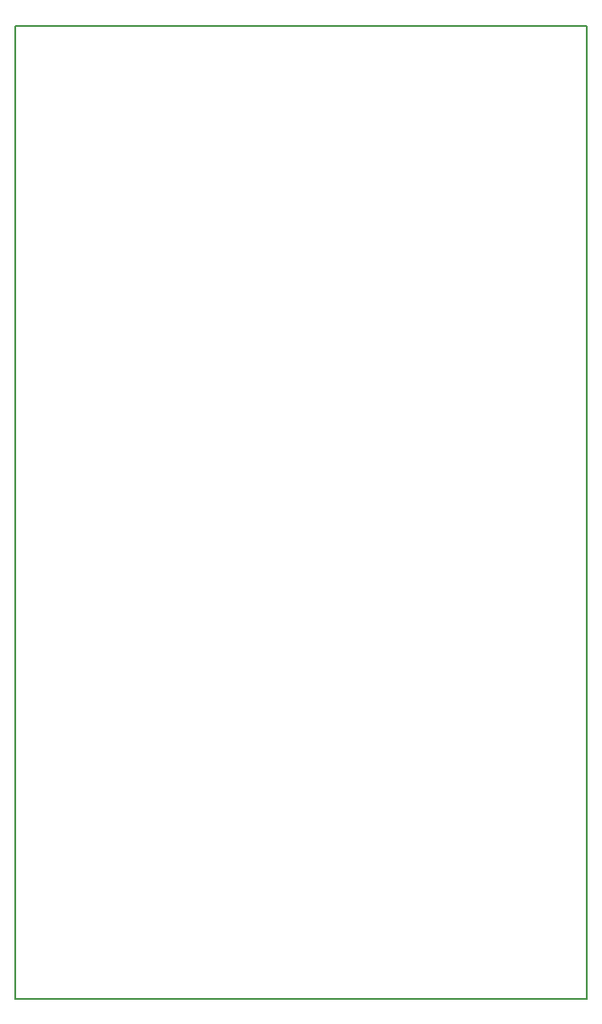
<source format=gko>
%FSLAX44Y44*%
%MOMM*%
G71*
G01*
G75*
G04 Layer_Color=16711935*
%ADD10R,1.0000X0.9000*%
%ADD11O,0.9000X1.2000*%
%ADD12C,0.5000*%
%ADD13C,2.5000*%
%ADD14C,1.5240*%
%ADD15C,4.0000*%
G04:AMPARAMS|DCode=16|XSize=1.6mm|YSize=1.6mm|CornerRadius=0.4mm|HoleSize=0mm|Usage=FLASHONLY|Rotation=0.000|XOffset=0mm|YOffset=0mm|HoleType=Round|Shape=RoundedRectangle|*
%AMROUNDEDRECTD16*
21,1,1.6000,0.8000,0,0,0.0*
21,1,0.8000,1.6000,0,0,0.0*
1,1,0.8000,0.4000,-0.4000*
1,1,0.8000,-0.4000,-0.4000*
1,1,0.8000,-0.4000,0.4000*
1,1,0.8000,0.4000,0.4000*
%
%ADD16ROUNDEDRECTD16*%
%ADD17C,1.6000*%
G04:AMPARAMS|DCode=18|XSize=1.6mm|YSize=1.6mm|CornerRadius=0.4mm|HoleSize=0mm|Usage=FLASHONLY|Rotation=270.000|XOffset=0mm|YOffset=0mm|HoleType=Round|Shape=RoundedRectangle|*
%AMROUNDEDRECTD18*
21,1,1.6000,0.8000,0,0,270.0*
21,1,0.8000,1.6000,0,0,270.0*
1,1,0.8000,-0.4000,-0.4000*
1,1,0.8000,-0.4000,0.4000*
1,1,0.8000,0.4000,0.4000*
1,1,0.8000,0.4000,-0.4000*
%
%ADD18ROUNDEDRECTD18*%
%ADD19C,0.2500*%
%ADD20C,0.2000*%
%ADD21C,0.2540*%
%ADD22C,0.6000*%
%ADD23R,1.2032X1.1032*%
%ADD24O,1.1032X1.4032*%
%ADD25C,2.7032*%
%ADD26C,1.7272*%
%ADD27C,4.2032*%
G04:AMPARAMS|DCode=28|XSize=1.8032mm|YSize=1.8032mm|CornerRadius=0.5016mm|HoleSize=0mm|Usage=FLASHONLY|Rotation=0.000|XOffset=0mm|YOffset=0mm|HoleType=Round|Shape=RoundedRectangle|*
%AMROUNDEDRECTD28*
21,1,1.8032,0.8000,0,0,0.0*
21,1,0.8000,1.8032,0,0,0.0*
1,1,1.0032,0.4000,-0.4000*
1,1,1.0032,-0.4000,-0.4000*
1,1,1.0032,-0.4000,0.4000*
1,1,1.0032,0.4000,0.4000*
%
%ADD28ROUNDEDRECTD28*%
%ADD29C,1.8032*%
G04:AMPARAMS|DCode=30|XSize=1.8032mm|YSize=1.8032mm|CornerRadius=0.5016mm|HoleSize=0mm|Usage=FLASHONLY|Rotation=270.000|XOffset=0mm|YOffset=0mm|HoleType=Round|Shape=RoundedRectangle|*
%AMROUNDEDRECTD30*
21,1,1.8032,0.8000,0,0,270.0*
21,1,0.8000,1.8032,0,0,270.0*
1,1,1.0032,-0.4000,-0.4000*
1,1,1.0032,-0.4000,0.4000*
1,1,1.0032,0.4000,0.4000*
1,1,1.0032,0.4000,-0.4000*
%
%ADD30ROUNDEDRECTD30*%
D20*
X539750Y0D02*
Y919480D01*
X0D02*
X539750D01*
X0Y0D02*
Y919480D01*
Y0D02*
X539750D01*
M02*

</source>
